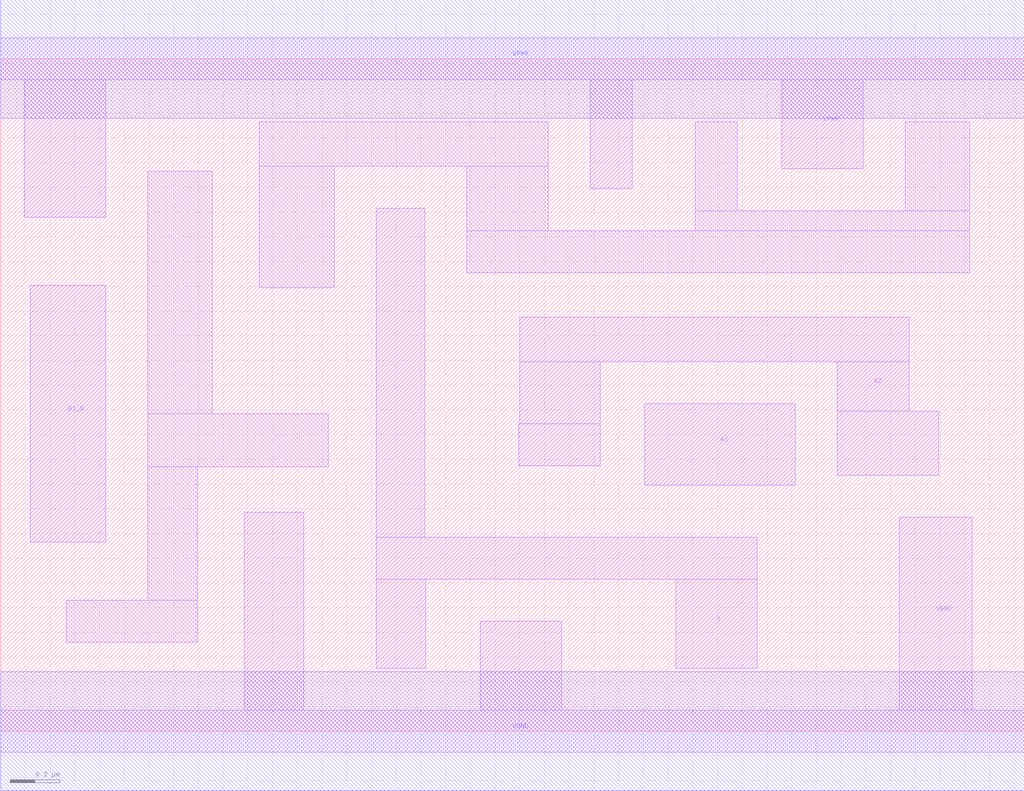
<source format=lef>
# Copyright 2020 The SkyWater PDK Authors
#
# Licensed under the Apache License, Version 2.0 (the "License");
# you may not use this file except in compliance with the License.
# You may obtain a copy of the License at
#
#     https://www.apache.org/licenses/LICENSE-2.0
#
# Unless required by applicable law or agreed to in writing, software
# distributed under the License is distributed on an "AS IS" BASIS,
# WITHOUT WARRANTIES OR CONDITIONS OF ANY KIND, either express or implied.
# See the License for the specific language governing permissions and
# limitations under the License.
#
# SPDX-License-Identifier: Apache-2.0

VERSION 5.5 ;
NAMESCASESENSITIVE ON ;
BUSBITCHARS "[]" ;
DIVIDERCHAR "/" ;
MACRO sky130_fd_sc_hd__a21boi_2
  CLASS CORE ;
  SOURCE USER ;
  ORIGIN  0.000000  0.000000 ;
  SIZE  4.140000 BY  2.720000 ;
  SYMMETRY X Y R90 ;
  SITE unithd ;
  PIN A1
    ANTENNAGATEAREA  0.495000 ;
    DIRECTION INPUT ;
    USE SIGNAL ;
    PORT
      LAYER li1 ;
        RECT 2.605000 0.995000 3.215000 1.325000 ;
    END
  END A1
  PIN A2
    ANTENNAGATEAREA  0.495000 ;
    DIRECTION INPUT ;
    USE SIGNAL ;
    PORT
      LAYER li1 ;
        RECT 2.095000 1.075000 2.425000 1.245000 ;
        RECT 2.100000 1.245000 2.425000 1.495000 ;
        RECT 2.100000 1.495000 3.675000 1.675000 ;
        RECT 3.385000 1.035000 3.795000 1.295000 ;
        RECT 3.385000 1.295000 3.675000 1.495000 ;
    END
  END A2
  PIN B1_N
    ANTENNAGATEAREA  0.126000 ;
    DIRECTION INPUT ;
    USE SIGNAL ;
    PORT
      LAYER li1 ;
        RECT 0.120000 0.765000 0.425000 1.805000 ;
    END
  END B1_N
  PIN Y
    ANTENNADIFFAREA  0.627500 ;
    DIRECTION OUTPUT ;
    USE SIGNAL ;
    PORT
      LAYER li1 ;
        RECT 1.520000 0.255000 1.720000 0.615000 ;
        RECT 1.520000 0.615000 3.060000 0.785000 ;
        RECT 1.520000 0.785000 1.715000 2.115000 ;
        RECT 2.730000 0.255000 3.060000 0.615000 ;
    END
  END Y
  PIN VGND
    DIRECTION INOUT ;
    SHAPE ABUTMENT ;
    USE GROUND ;
    PORT
      LAYER li1 ;
        RECT 0.000000 -0.085000 4.140000 0.085000 ;
        RECT 0.985000  0.085000 1.225000 0.885000 ;
        RECT 1.940000  0.085000 2.270000 0.445000 ;
        RECT 3.635000  0.085000 3.930000 0.865000 ;
    END
    PORT
      LAYER met1 ;
        RECT 0.000000 -0.240000 4.140000 0.240000 ;
    END
  END VGND
  PIN VPWR
    DIRECTION INOUT ;
    SHAPE ABUTMENT ;
    USE POWER ;
    PORT
      LAYER li1 ;
        RECT 0.000000 2.635000 4.140000 2.805000 ;
        RECT 0.095000 2.080000 0.425000 2.635000 ;
        RECT 2.385000 2.195000 2.555000 2.635000 ;
        RECT 3.160000 2.275000 3.490000 2.635000 ;
    END
    PORT
      LAYER met1 ;
        RECT 0.000000 2.480000 4.140000 2.960000 ;
    END
  END VPWR
  OBS
    LAYER li1 ;
      RECT 0.265000 0.360000 0.795000 0.530000 ;
      RECT 0.595000 0.530000 0.795000 1.070000 ;
      RECT 0.595000 1.070000 1.325000 1.285000 ;
      RECT 0.595000 1.285000 0.855000 2.265000 ;
      RECT 1.045000 1.795000 1.350000 2.285000 ;
      RECT 1.045000 2.285000 2.215000 2.465000 ;
      RECT 1.885000 1.855000 3.920000 2.025000 ;
      RECT 1.885000 2.025000 2.215000 2.285000 ;
      RECT 2.810000 2.025000 3.920000 2.105000 ;
      RECT 2.810000 2.105000 2.980000 2.465000 ;
      RECT 3.660000 2.105000 3.920000 2.465000 ;
  END
END sky130_fd_sc_hd__a21boi_2
END LIBRARY

</source>
